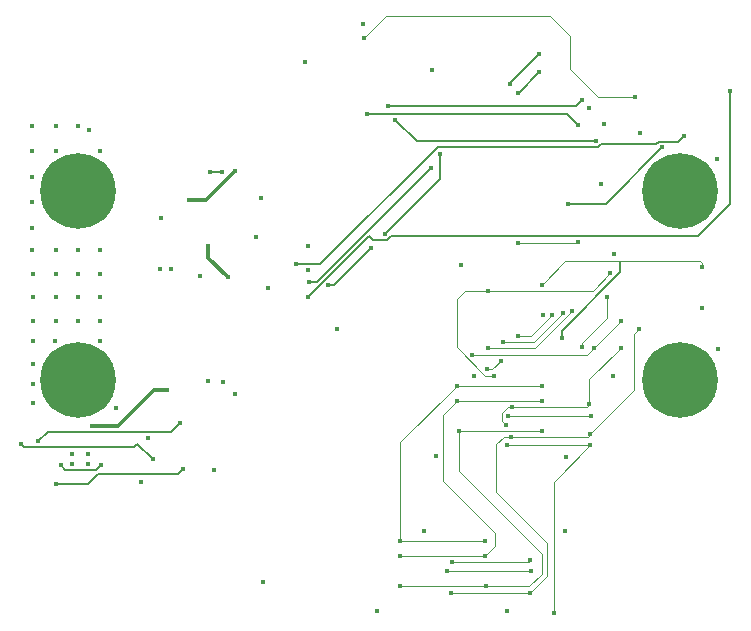
<source format=gbr>
%TF.GenerationSoftware,KiCad,Pcbnew,7.0.5*%
%TF.CreationDate,2023-09-21T20:04:05-05:00*%
%TF.ProjectId,LEDCube,4c454443-7562-4652-9e6b-696361645f70,rev?*%
%TF.SameCoordinates,Original*%
%TF.FileFunction,Copper,L4,Bot*%
%TF.FilePolarity,Positive*%
%FSLAX46Y46*%
G04 Gerber Fmt 4.6, Leading zero omitted, Abs format (unit mm)*
G04 Created by KiCad (PCBNEW 7.0.5) date 2023-09-21 20:04:05*
%MOMM*%
%LPD*%
G01*
G04 APERTURE LIST*
%TA.AperFunction,ComponentPad*%
%ADD10C,0.800000*%
%TD*%
%TA.AperFunction,ComponentPad*%
%ADD11C,6.400000*%
%TD*%
%TA.AperFunction,ViaPad*%
%ADD12C,0.450000*%
%TD*%
%TA.AperFunction,Conductor*%
%ADD13C,0.300000*%
%TD*%
%TA.AperFunction,Conductor*%
%ADD14C,0.150000*%
%TD*%
%TA.AperFunction,Conductor*%
%ADD15C,0.125000*%
%TD*%
G04 APERTURE END LIST*
D10*
%TO.P,H100,1*%
%TO.N,N/C*%
X102550000Y-74750000D03*
X103252944Y-73052944D03*
X103252944Y-76447056D03*
X104950000Y-72350000D03*
D11*
%TO.N,GND*%
X104950000Y-74750000D03*
D10*
%TO.N,N/C*%
X104950000Y-77150000D03*
X106647056Y-73052944D03*
X106647056Y-76447056D03*
X107350000Y-74750000D03*
%TD*%
%TO.P,H103,1*%
%TO.N,N/C*%
X153550000Y-90750000D03*
X154252944Y-89052944D03*
X154252944Y-92447056D03*
X155950000Y-88350000D03*
D11*
%TO.N,GND*%
X155950000Y-90750000D03*
D10*
%TO.N,N/C*%
X155950000Y-93150000D03*
X157647056Y-89052944D03*
X157647056Y-92447056D03*
X158350000Y-90750000D03*
%TD*%
%TO.P,H101,1*%
%TO.N,N/C*%
X153550000Y-74750000D03*
X154252944Y-73052944D03*
X154252944Y-76447056D03*
X155950000Y-72350000D03*
D11*
%TO.N,GND*%
X155950000Y-74750000D03*
D10*
%TO.N,N/C*%
X155950000Y-77150000D03*
X157647056Y-73052944D03*
X157647056Y-76447056D03*
X158350000Y-74750000D03*
%TD*%
%TO.P,H102,1*%
%TO.N,N/C*%
X102550000Y-90750000D03*
X103252944Y-89052944D03*
X103252944Y-92447056D03*
X104950000Y-88350000D03*
D11*
%TO.N,GND*%
X104950000Y-90750000D03*
D10*
%TO.N,N/C*%
X104950000Y-93150000D03*
X106647056Y-89052944D03*
X106647056Y-92447056D03*
X107350000Y-90750000D03*
%TD*%
D12*
%TO.N,+3V3*%
X112830000Y-81350000D03*
X137430000Y-80990000D03*
X141280000Y-110310000D03*
X111910000Y-81350000D03*
X149280000Y-74200000D03*
X124430000Y-79420000D03*
X130280000Y-110320000D03*
X135280000Y-97200000D03*
X129120000Y-60600000D03*
X146270000Y-97260000D03*
X150400000Y-80120000D03*
%TO.N,GND*%
X104450000Y-97020000D03*
X115310000Y-81940000D03*
X105870000Y-97020000D03*
X103080000Y-71405000D03*
X126920000Y-86420000D03*
X138480000Y-90390000D03*
X101130000Y-79740000D03*
X149490000Y-69120000D03*
X117280000Y-90920000D03*
X112030000Y-77090000D03*
X104980000Y-85750000D03*
X106880000Y-83750000D03*
X101180000Y-91090000D03*
X116480000Y-98420000D03*
X108230000Y-93130000D03*
X101130000Y-73570000D03*
X120090500Y-78650000D03*
X134990000Y-64480000D03*
X159110000Y-72090000D03*
X148250000Y-67710000D03*
X159140000Y-88110000D03*
X106880000Y-79750000D03*
X101180000Y-92720000D03*
X120450000Y-75350000D03*
X144340788Y-85279212D03*
X152540000Y-69860000D03*
X124210000Y-63840000D03*
X146180000Y-103520000D03*
X101180000Y-89370000D03*
X103080000Y-69240000D03*
X103080000Y-85750000D03*
X105900000Y-69630000D03*
X103080000Y-83750000D03*
X103080000Y-81750000D03*
X118300000Y-91930000D03*
X101180000Y-85750000D03*
X110900000Y-95669500D03*
X101180000Y-83750000D03*
X104980000Y-69240000D03*
X106880000Y-71405000D03*
X101130000Y-77900000D03*
X101180000Y-81750000D03*
X115960000Y-90870000D03*
X150310000Y-90400000D03*
X104980000Y-83750000D03*
X101180000Y-87490000D03*
X106880000Y-81750000D03*
X104980000Y-81750000D03*
X120670000Y-107880000D03*
X124420000Y-81469500D03*
X101130000Y-69240000D03*
X101130000Y-75735000D03*
X101130000Y-71405000D03*
X103060000Y-87490000D03*
X121090000Y-82940000D03*
X105870000Y-97870000D03*
X106880000Y-85750000D03*
X157830000Y-84690000D03*
X104980000Y-79750000D03*
X134320000Y-103540000D03*
X106880000Y-87490000D03*
X104450000Y-97870000D03*
X110300000Y-99390000D03*
X103080000Y-79750000D03*
%TO.N,VBUS*%
X112550000Y-91610000D03*
X106180000Y-94670000D03*
X118240000Y-73100000D03*
X114410000Y-75500000D03*
%TO.N,Net-(D100-A)*%
X111310000Y-97470000D03*
X100120000Y-96160000D03*
%TO.N,Net-(D101-A)*%
X101610000Y-95970500D03*
X113580000Y-94440000D03*
%TO.N,Net-(D102-A)*%
X113840000Y-98340000D03*
X103106800Y-99553200D03*
%TO.N,MASTER_CLK*%
X146840000Y-84940000D03*
X139720000Y-88070000D03*
X136550000Y-108830000D03*
X141650000Y-95550000D03*
X152460000Y-86458000D03*
X143280000Y-108800000D03*
X148340000Y-95360000D03*
%TO.N,LATCH*%
X132280000Y-104400000D03*
X144240000Y-82710000D03*
X145960000Y-87240000D03*
X137090000Y-91265000D03*
X157840000Y-81200000D03*
X144240000Y-91280000D03*
X139450000Y-104400000D03*
%TO.N,BRIGHTNESS_PWM*%
X141233443Y-94573000D03*
X142260000Y-87060000D03*
X148260000Y-92830000D03*
X141720000Y-93027000D03*
X145140638Y-85290638D03*
X150930000Y-88040000D03*
X143280000Y-106030000D03*
X136680000Y-106137000D03*
%TO.N,Net-(IC100-RSTB)*%
X117650000Y-82060000D03*
X116030000Y-79410000D03*
%TO.N,MUX_B0*%
X140990000Y-87560000D03*
X141350000Y-93780000D03*
X139640000Y-89830000D03*
X136240000Y-106950000D03*
X140760000Y-89117000D03*
X143310000Y-106910000D03*
X148380000Y-93800000D03*
X146010448Y-85080828D03*
%TO.N,MUX_B1*%
X138350000Y-88630000D03*
X145250000Y-110520000D03*
X148320000Y-96290000D03*
X150940000Y-85750000D03*
X148665000Y-88025000D03*
X141330000Y-96300000D03*
%TO.N,MUX_B2*%
X139470000Y-105660000D03*
X147310000Y-79120000D03*
X147630000Y-87950000D03*
X142240000Y-79150000D03*
X149760000Y-83750000D03*
X137100000Y-92535000D03*
X132280000Y-105650000D03*
X144310000Y-92540000D03*
%TO.N,MUX_B3*%
X150050000Y-81720000D03*
X144300000Y-95080000D03*
X137270000Y-95060000D03*
X140170000Y-90430000D03*
X132270000Y-108220000D03*
X139520000Y-108230000D03*
X139730000Y-83200000D03*
%TO.N,BMA400_INT1*%
X148840000Y-70520000D03*
X131860000Y-68730000D03*
%TO.N,SDA*%
X129480000Y-68220000D03*
X147320000Y-69190000D03*
%TO.N,SCL*%
X147660000Y-67080000D03*
X131190000Y-67600000D03*
%TO.N,IO0*%
X154400000Y-71080000D03*
X146430000Y-75830000D03*
%TO.N,TXD*%
X134852513Y-72842513D03*
X144055000Y-64675000D03*
X142235250Y-66435250D03*
X124502478Y-82440500D03*
%TO.N,RXD*%
X141520000Y-65700000D03*
X144019500Y-63140000D03*
X129834500Y-79590000D03*
X130950000Y-78410000D03*
X135620000Y-71600000D03*
X126143200Y-82753200D03*
%TO.N,D-*%
X116140000Y-73170000D03*
X117150000Y-73170000D03*
%TO.N,RTS*%
X160210000Y-66320000D03*
X124435500Y-83760000D03*
%TO.N,DTR*%
X123450000Y-80970000D03*
X156260000Y-70070000D03*
%TO.N,Net-(IC101-PROG)*%
X103527998Y-97980000D03*
X106930000Y-97969500D03*
%TO.N,EN*%
X152120000Y-66840000D03*
X129160000Y-61830000D03*
%TD*%
D13*
%TO.N,VBUS*%
X111460000Y-91610000D02*
X112550000Y-91610000D01*
X115840000Y-75500000D02*
X114410000Y-75500000D01*
X118240000Y-73100000D02*
X115840000Y-75500000D01*
X108400000Y-94670000D02*
X111460000Y-91610000D01*
X106180000Y-94670000D02*
X108400000Y-94670000D01*
D14*
%TO.N,Net-(D100-A)*%
X109700000Y-96470000D02*
X110005000Y-96165000D01*
X110005000Y-96165000D02*
X111310000Y-97470000D01*
X100120000Y-96160000D02*
X100430000Y-96470000D01*
X100430000Y-96470000D02*
X109700000Y-96470000D01*
%TO.N,Net-(D101-A)*%
X112850000Y-95170000D02*
X113580000Y-94440000D01*
X102410500Y-95170000D02*
X112850000Y-95170000D01*
X101610000Y-95970500D02*
X102410500Y-95170000D01*
%TO.N,Net-(D102-A)*%
X113480000Y-98700000D02*
X113840000Y-98340000D01*
X105841274Y-99553200D02*
X106694474Y-98700000D01*
X103106800Y-99553200D02*
X105841274Y-99553200D01*
X106694474Y-98700000D02*
X113480000Y-98700000D01*
D15*
%TO.N,MASTER_CLK*%
X152060000Y-86858000D02*
X152460000Y-86458000D01*
X136550000Y-108830000D02*
X143250000Y-108830000D01*
X140400000Y-100230000D02*
X144710000Y-104540000D01*
X148340000Y-95360000D02*
X152060000Y-91640000D01*
X140400000Y-96180000D02*
X140400000Y-100230000D01*
X144710000Y-107370000D02*
X143280000Y-108800000D01*
X152060000Y-91640000D02*
X152060000Y-86858000D01*
X141030000Y-95550000D02*
X140400000Y-96180000D01*
X143250000Y-108830000D02*
X143280000Y-108800000D01*
X141650000Y-95550000D02*
X141030000Y-95550000D01*
X143710000Y-88070000D02*
X146840000Y-84940000D01*
X148132500Y-95567500D02*
X148340000Y-95360000D01*
X141667500Y-95567500D02*
X148132500Y-95567500D01*
X144710000Y-104540000D02*
X144710000Y-107370000D01*
X139720000Y-88070000D02*
X143710000Y-88070000D01*
X141650000Y-95550000D02*
X141667500Y-95567500D01*
%TO.N,LATCH*%
X144240000Y-82710000D02*
X146220000Y-80730000D01*
X132280000Y-104400000D02*
X139450000Y-104400000D01*
X137090000Y-91265000D02*
X137105000Y-91280000D01*
X146220000Y-80730000D02*
X150910000Y-80730000D01*
X157670000Y-80730000D02*
X157840000Y-80900000D01*
D14*
X145960000Y-87240000D02*
X145960000Y-86590000D01*
D15*
X157840000Y-80900000D02*
X157840000Y-81200000D01*
D14*
X145960000Y-86590000D02*
X150910000Y-81640000D01*
D15*
X137105000Y-91280000D02*
X144240000Y-91280000D01*
X132280000Y-96050000D02*
X132280000Y-104400000D01*
D14*
X150910000Y-81640000D02*
X150910000Y-80730000D01*
D15*
X150910000Y-80730000D02*
X157670000Y-80730000D01*
X137090000Y-91265000D02*
X137065000Y-91265000D01*
X137065000Y-91265000D02*
X132280000Y-96050000D01*
%TO.N,BRIGHTNESS_PWM*%
X141413570Y-93027000D02*
X140862500Y-93578070D01*
X136690500Y-106147500D02*
X143162500Y-106147500D01*
X148063000Y-93027000D02*
X148260000Y-92830000D01*
X148260000Y-92830000D02*
X148260000Y-90710000D01*
X141720000Y-93027000D02*
X141413570Y-93027000D01*
X140862500Y-93578070D02*
X140862500Y-94202057D01*
X140862500Y-94202057D02*
X141233443Y-94573000D01*
X143371276Y-87060000D02*
X142260000Y-87060000D01*
X143162500Y-106147500D02*
X143280000Y-106030000D01*
X148260000Y-90710000D02*
X150930000Y-88040000D01*
X141720000Y-93027000D02*
X148063000Y-93027000D01*
X136680000Y-106137000D02*
X136690500Y-106147500D01*
X145140638Y-85290638D02*
X143371276Y-87060000D01*
D13*
%TO.N,Net-(IC100-RSTB)*%
X116030000Y-80440000D02*
X117650000Y-82060000D01*
X116030000Y-79410000D02*
X116030000Y-80440000D01*
D15*
%TO.N,MUX_B0*%
X148360000Y-93780000D02*
X148380000Y-93800000D01*
X146010448Y-85109552D02*
X143560000Y-87560000D01*
X143270000Y-106950000D02*
X143310000Y-106910000D01*
X141350000Y-93780000D02*
X148360000Y-93780000D01*
X143560000Y-87560000D02*
X140990000Y-87560000D01*
X136240000Y-106950000D02*
X143270000Y-106950000D01*
X146010448Y-85080828D02*
X146010448Y-85109552D01*
X140047000Y-89830000D02*
X140760000Y-89117000D01*
X139640000Y-89830000D02*
X140047000Y-89830000D01*
%TO.N,MUX_B1*%
X145250000Y-99360000D02*
X145250000Y-110520000D01*
X148320000Y-96290000D02*
X145250000Y-99360000D01*
X141330000Y-96300000D02*
X148310000Y-96300000D01*
X148310000Y-96300000D02*
X148320000Y-96290000D01*
X148060000Y-88630000D02*
X148665000Y-88025000D01*
X148665000Y-88025000D02*
X150940000Y-85750000D01*
X138350000Y-88630000D02*
X148060000Y-88630000D01*
%TO.N,MUX_B2*%
X135890000Y-93745000D02*
X135890000Y-99290000D01*
X132280000Y-105650000D02*
X139460000Y-105650000D01*
X147630000Y-87670000D02*
X149760000Y-85540000D01*
X147630000Y-87950000D02*
X147630000Y-87670000D01*
X135890000Y-99290000D02*
X140290000Y-103690000D01*
X140290000Y-104840000D02*
X139470000Y-105660000D01*
X139460000Y-105650000D02*
X139470000Y-105660000D01*
X140290000Y-103690000D02*
X140290000Y-104840000D01*
X149760000Y-85540000D02*
X149760000Y-83750000D01*
X142240000Y-79150000D02*
X147280000Y-79150000D01*
X137100000Y-92535000D02*
X137105000Y-92540000D01*
X147280000Y-79150000D02*
X147310000Y-79120000D01*
X137100000Y-92535000D02*
X135890000Y-93745000D01*
X137105000Y-92540000D02*
X144310000Y-92540000D01*
%TO.N,MUX_B3*%
X137270000Y-95060000D02*
X144280000Y-95060000D01*
X137270000Y-95060000D02*
X137270000Y-98480000D01*
X143190000Y-108230000D02*
X139520000Y-108230000D01*
X137720000Y-83200000D02*
X139730000Y-83200000D01*
X140170000Y-90430000D02*
X139460000Y-90430000D01*
X137270000Y-98480000D02*
X144250000Y-105460000D01*
X139460000Y-90430000D02*
X137040000Y-88010000D01*
X132270000Y-108220000D02*
X139510000Y-108220000D01*
X139510000Y-108220000D02*
X139520000Y-108230000D01*
X137040000Y-88010000D02*
X137040000Y-83880000D01*
X137040000Y-83880000D02*
X137720000Y-83200000D01*
X139730000Y-83200000D02*
X148570000Y-83200000D01*
X144280000Y-95060000D02*
X144300000Y-95080000D01*
X144250000Y-105460000D02*
X144250000Y-107170000D01*
X148570000Y-83200000D02*
X150050000Y-81720000D01*
X144250000Y-107170000D02*
X143190000Y-108230000D01*
D14*
%TO.N,BMA400_INT1*%
X131860000Y-68730000D02*
X133650000Y-70520000D01*
X133650000Y-70520000D02*
X148840000Y-70520000D01*
%TO.N,SDA*%
X129480000Y-68220000D02*
X146350000Y-68220000D01*
X146350000Y-68220000D02*
X147320000Y-69190000D01*
%TO.N,SCL*%
X147660000Y-67080000D02*
X147140000Y-67600000D01*
X147140000Y-67600000D02*
X131190000Y-67600000D01*
%TO.N,IO0*%
X149650000Y-75830000D02*
X154400000Y-71080000D01*
X146430000Y-75830000D02*
X149650000Y-75830000D01*
%TO.N,TXD*%
X144055000Y-64675000D02*
X142294750Y-66435250D01*
X142294750Y-66435250D02*
X142235250Y-66435250D01*
X124502478Y-82440500D02*
X125254526Y-82440500D01*
X125254526Y-82440500D02*
X134852513Y-72842513D01*
%TO.N,RXD*%
X144019500Y-63140000D02*
X141520000Y-65639500D01*
X126143200Y-82753200D02*
X126671300Y-82753200D01*
X141520000Y-65639500D02*
X141520000Y-65700000D01*
X135620000Y-73740000D02*
X135620000Y-71600000D01*
X130950000Y-78410000D02*
X135620000Y-73740000D01*
X126671300Y-82753200D02*
X129834500Y-79590000D01*
%TO.N,D-*%
X117150000Y-73170000D02*
X116140000Y-73170000D01*
%TO.N,RTS*%
X124435500Y-83760000D02*
X124435500Y-83754500D01*
X157510000Y-78560000D02*
X160210000Y-75860000D01*
X129980000Y-78910000D02*
X131157107Y-78910000D01*
X160210000Y-75860000D02*
X160210000Y-66320000D01*
X124435500Y-83754500D02*
X129630000Y-78560000D01*
X131507107Y-78560000D02*
X157510000Y-78560000D01*
X129630000Y-78560000D02*
X129980000Y-78910000D01*
X131157107Y-78910000D02*
X131507107Y-78560000D01*
%TO.N,DTR*%
X154192893Y-70580000D02*
X155750000Y-70580000D01*
X125480000Y-80970000D02*
X135430000Y-71020000D01*
X149247107Y-70820000D02*
X153952893Y-70820000D01*
X135430000Y-71020000D02*
X149047107Y-71020000D01*
X149047107Y-71020000D02*
X149247107Y-70820000D01*
X155750000Y-70580000D02*
X156260000Y-70070000D01*
X153952893Y-70820000D02*
X154192893Y-70580000D01*
X123450000Y-80970000D02*
X125480000Y-80970000D01*
%TO.N,Net-(IC101-PROG)*%
X106529500Y-98370000D02*
X103917998Y-98370000D01*
X106930000Y-97969500D02*
X106529500Y-98370000D01*
X103917998Y-98370000D02*
X103527998Y-97980000D01*
D15*
%TO.N,EN*%
X131060000Y-59930000D02*
X129160000Y-61830000D01*
X144910000Y-59930000D02*
X143230000Y-59930000D01*
X146660000Y-64472652D02*
X146660000Y-61680000D01*
X143230000Y-59930000D02*
X131060000Y-59930000D01*
X152120000Y-66840000D02*
X149027348Y-66840000D01*
X146660000Y-61680000D02*
X144910000Y-59930000D01*
X149027348Y-66840000D02*
X146660000Y-64472652D01*
%TD*%
M02*

</source>
